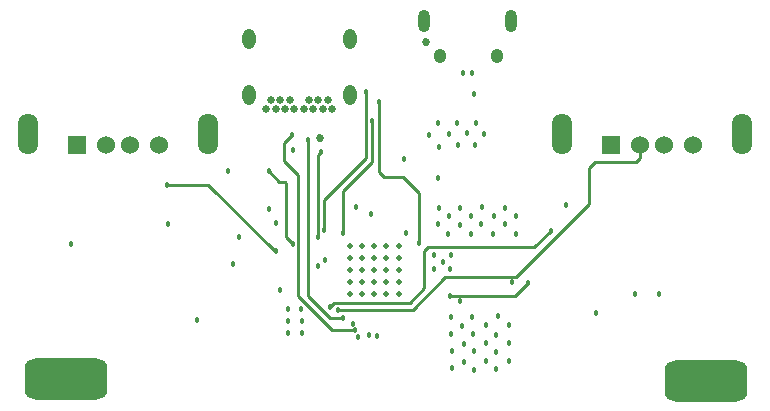
<source format=gbr>
%TF.GenerationSoftware,KiCad,Pcbnew,(6.0.6)*%
%TF.CreationDate,2022-07-25T23:57:11+01:00*%
%TF.ProjectId,Virpar,56697270-6172-42e6-9b69-6361645f7063,rev?*%
%TF.SameCoordinates,Original*%
%TF.FileFunction,Copper,L3,Inr*%
%TF.FilePolarity,Positive*%
%FSLAX46Y46*%
G04 Gerber Fmt 4.6, Leading zero omitted, Abs format (unit mm)*
G04 Created by KiCad (PCBNEW (6.0.6)) date 2022-07-25 23:57:11*
%MOMM*%
%LPD*%
G01*
G04 APERTURE LIST*
G04 Aperture macros list*
%AMRoundRect*
0 Rectangle with rounded corners*
0 $1 Rounding radius*
0 $2 $3 $4 $5 $6 $7 $8 $9 X,Y pos of 4 corners*
0 Add a 4 corners polygon primitive as box body*
4,1,4,$2,$3,$4,$5,$6,$7,$8,$9,$2,$3,0*
0 Add four circle primitives for the rounded corners*
1,1,$1+$1,$2,$3*
1,1,$1+$1,$4,$5*
1,1,$1+$1,$6,$7*
1,1,$1+$1,$8,$9*
0 Add four rect primitives between the rounded corners*
20,1,$1+$1,$2,$3,$4,$5,0*
20,1,$1+$1,$4,$5,$6,$7,0*
20,1,$1+$1,$6,$7,$8,$9,0*
20,1,$1+$1,$8,$9,$2,$3,0*%
G04 Aperture macros list end*
%TA.AperFunction,ComponentPad*%
%ADD10C,0.500000*%
%TD*%
%TA.AperFunction,ComponentPad*%
%ADD11RoundRect,0.875000X-2.625000X-0.875000X2.625000X-0.875000X2.625000X0.875000X-2.625000X0.875000X0*%
%TD*%
%TA.AperFunction,ComponentPad*%
%ADD12R,1.524000X1.524000*%
%TD*%
%TA.AperFunction,ComponentPad*%
%ADD13C,1.524000*%
%TD*%
%TA.AperFunction,ComponentPad*%
%ADD14O,1.700000X3.500000*%
%TD*%
%TA.AperFunction,ComponentPad*%
%ADD15C,0.660400*%
%TD*%
%TA.AperFunction,ComponentPad*%
%ADD16O,1.117600X1.701800*%
%TD*%
%TA.AperFunction,ComponentPad*%
%ADD17O,1.050000X1.250000*%
%TD*%
%TA.AperFunction,ComponentPad*%
%ADD18O,1.000000X1.900000*%
%TD*%
%TA.AperFunction,ViaPad*%
%ADD19C,0.457200*%
%TD*%
%TA.AperFunction,ViaPad*%
%ADD20C,0.685800*%
%TD*%
%TA.AperFunction,Conductor*%
%ADD21C,0.228600*%
%TD*%
G04 APERTURE END LIST*
D10*
%TO.N,GND*%
%TO.C,U1*%
X157853600Y-93608000D03*
X154778600Y-93608000D03*
X157853600Y-92583000D03*
X157853600Y-94633000D03*
X154778600Y-94633000D03*
X157853600Y-91558000D03*
X155803600Y-92583000D03*
X153753600Y-91558000D03*
X155803600Y-93608000D03*
X155803600Y-91558000D03*
X153753600Y-90533000D03*
X153753600Y-94633000D03*
X154778600Y-91558000D03*
X155803600Y-90533000D03*
X156828600Y-91558000D03*
X156828600Y-90533000D03*
X156828600Y-92583000D03*
X154778600Y-92583000D03*
X153753600Y-93608000D03*
X156828600Y-93608000D03*
X155803600Y-94633000D03*
X156828600Y-94633000D03*
X157853600Y-90533000D03*
X154778600Y-90533000D03*
X153753600Y-92583000D03*
%TD*%
D11*
%TO.N,VBAT+*%
%TO.C,BAT+*%
X129667000Y-101828600D03*
%TD*%
%TO.N,GND*%
%TO.C,BAT-*%
X183921400Y-101930200D03*
%TD*%
D12*
%TO.N,VOUT2*%
%TO.C,J4*%
X175818800Y-81994400D03*
D13*
%TO.N,DPA2*%
X178324000Y-82000000D03*
%TO.N,DMA2*%
X180324000Y-82000000D03*
%TO.N,GND*%
X182824000Y-82000000D03*
D14*
X171729400Y-81080000D03*
X186944000Y-81080000D03*
%TD*%
D12*
%TO.N,VOUT1*%
%TO.C,J3*%
X130606800Y-81991200D03*
D13*
%TO.N,DPA1*%
X133112000Y-81996800D03*
%TO.N,DMA1*%
X135112000Y-81996800D03*
%TO.N,GND*%
X137612000Y-81996800D03*
D14*
X126517400Y-81076800D03*
X141732000Y-81076800D03*
%TD*%
D15*
%TO.N,N/C*%
%TO.C,J2*%
X147445792Y-78916399D03*
X151446422Y-78916399D03*
%TO.N,GND*%
X146645666Y-78916399D03*
%TO.N,unconnected-(J2-PadB2)*%
X147045792Y-78216398D03*
%TO.N,unconnected-(J2-PadB3)*%
X147845918Y-78216398D03*
%TO.N,VBUS*%
X148245918Y-78916399D03*
%TO.N,CC2*%
X148646044Y-78216398D03*
%TO.N,DPC*%
X149046044Y-78916399D03*
%TO.N,DMC*%
X149846170Y-78916399D03*
%TO.N,unconnected-(J2-PadB8)*%
X150246170Y-78216398D03*
%TO.N,VBUS*%
X150646296Y-78916399D03*
%TO.N,unconnected-(J2-PadB10)*%
X151046296Y-78216398D03*
%TO.N,unconnected-(J2-PadB11)*%
X151846422Y-78216398D03*
%TO.N,GND*%
X152246548Y-78916399D03*
D16*
X145176108Y-77766399D03*
X153716108Y-73036399D03*
X153771600Y-77749400D03*
X145176108Y-73036399D03*
%TD*%
D17*
%TO.N,GND*%
%TO.C,J1*%
X161340800Y-74450200D03*
D18*
X167386000Y-71450200D03*
D17*
X166166800Y-74450200D03*
D18*
X160020000Y-71450200D03*
%TD*%
D19*
%TO.N,VMID*%
X160460000Y-81120000D03*
%TO.N,DPC*%
X143425000Y-84200000D03*
%TO.N,GND*%
X179875000Y-94625000D03*
X147487500Y-88625000D03*
X161175000Y-84800000D03*
%TO.N,VBAT+*%
X140756996Y-96799400D03*
X144362500Y-89750000D03*
%TO.N,VSYS*%
X165277800Y-97218500D03*
X163271200Y-97294700D03*
X162331400Y-98005900D03*
X165912800Y-88011000D03*
X164261800Y-99453700D03*
X164896800Y-87274400D03*
X164033200Y-88011000D03*
X163372800Y-98818700D03*
X163398200Y-100342700D03*
X162026600Y-89484200D03*
X164007800Y-89535000D03*
X163093400Y-88722200D03*
X162306000Y-96583500D03*
X166116000Y-98082100D03*
X166116000Y-99479100D03*
X167233600Y-97243900D03*
X161188400Y-88696800D03*
X166243000Y-96481900D03*
X167182800Y-100291900D03*
X166903400Y-87299800D03*
X161264600Y-87299800D03*
X167767000Y-87960200D03*
X162382200Y-100901500D03*
X164185600Y-98005900D03*
X162128200Y-88036400D03*
X167182800Y-98793300D03*
X167843200Y-89484200D03*
X165252400Y-98793300D03*
X164287200Y-101003100D03*
X166878000Y-88696800D03*
X165887400Y-89509600D03*
X164871400Y-88671400D03*
X163042600Y-87299800D03*
X164109400Y-96583500D03*
X166090600Y-100977700D03*
X165227000Y-100291900D03*
X162382200Y-99453700D03*
%TO.N,VMID*%
X164312600Y-81991200D03*
X165100000Y-81026000D03*
X161250000Y-82118200D03*
X162814000Y-80111600D03*
X163626800Y-81000600D03*
X164388800Y-80111600D03*
X154254200Y-87249000D03*
X161163000Y-80137000D03*
X162864800Y-82016600D03*
X162153600Y-81076800D03*
%TO.N,Net-(C6-Pad2)*%
X162229800Y-92506800D03*
X160885613Y-91333000D03*
X162306000Y-91338400D03*
X148525000Y-95850000D03*
X161594800Y-91871800D03*
X149682200Y-97917000D03*
X148488400Y-97891600D03*
X149606000Y-95859600D03*
X149656800Y-96926400D03*
X148539200Y-96926400D03*
X160883600Y-92506800D03*
%TO.N,VOUT1*%
X138225000Y-85350000D03*
X147450337Y-90996790D03*
%TO.N,VOUT2*%
X158350000Y-83175000D03*
X151600000Y-91700000D03*
%TO.N,VBUS*%
X151297000Y-82590600D03*
X151050000Y-89800000D03*
D20*
X151175009Y-81374996D03*
D19*
%TO.N,VIN*%
X153150000Y-89400000D03*
D20*
X160200010Y-73249993D03*
D19*
X155625000Y-79925000D03*
%TO.N,DMB*%
X155397200Y-98094800D03*
X163275000Y-75875000D03*
%TO.N,DPB*%
X164084000Y-75869800D03*
X156057600Y-98120200D03*
%TO.N,CC1*%
X153187400Y-96596200D03*
X150225000Y-81600000D03*
%TO.N,DPC*%
X148950000Y-82400000D03*
X154457400Y-98272600D03*
%TO.N,DMC*%
X148876844Y-81101844D03*
X154203400Y-97637600D03*
%TO.N,CC2*%
X153974800Y-97104200D03*
%TO.N,DPA1*%
X147780936Y-94275971D03*
%TO.N,DMA1*%
X143873286Y-92066843D03*
%TO.N,DPA2*%
X152755600Y-95935800D03*
%TO.N,DMA2*%
X152069800Y-95732600D03*
X170764200Y-89230200D03*
%TO.N,VOUT2G*%
X172000000Y-87075000D03*
X151050000Y-92250000D03*
%TO.N,VBUSG*%
X146887500Y-84225000D03*
X148900000Y-90350000D03*
%TO.N,VING*%
X164250000Y-77650000D03*
X155075000Y-77475000D03*
X151522829Y-89200000D03*
%TO.N,Net-(R2-Pad1)*%
X162236336Y-94742000D03*
X168808400Y-93649800D03*
%TO.N,LIGHT*%
X156184600Y-78306300D03*
X159562800Y-90246200D03*
%TO.N,KEY*%
X146875000Y-87400000D03*
X130125000Y-90400000D03*
X138375000Y-88650000D03*
X155500000Y-87850000D03*
%TO.N,Net-(R7-Pad1)*%
X167436800Y-93624400D03*
X163093400Y-95224600D03*
%TO.N,Net-(R10-Pad2)*%
X158496000Y-89433400D03*
%TO.N,Net-(R12-Pad1)*%
X177866800Y-94615000D03*
X174599600Y-96189800D03*
%TD*%
D21*
%TO.N,VOUT1*%
X147450337Y-90996790D02*
X147396790Y-90996790D01*
X147396790Y-90996790D02*
X141750000Y-85350000D01*
X141750000Y-85350000D02*
X138225000Y-85350000D01*
%TO.N,DMC*%
X152247600Y-97637600D02*
X149345334Y-94735334D01*
X154203400Y-97637600D02*
X152247600Y-97637600D01*
X149345334Y-94735334D02*
X149345334Y-94514639D01*
%TO.N,VBUS*%
X151050000Y-82837600D02*
X151297000Y-82590600D01*
X151050000Y-89800000D02*
X151050000Y-82837600D01*
%TO.N,VIN*%
X155575000Y-83425000D02*
X155625000Y-83375000D01*
X153150000Y-89400000D02*
X153150000Y-85850000D01*
X153150000Y-85850000D02*
X155575000Y-83425000D01*
X155625000Y-83375000D02*
X155625000Y-79925000D01*
%TO.N,CC1*%
X152027624Y-96596200D02*
X150225000Y-94793576D01*
X150225000Y-94798305D02*
X150225000Y-81600000D01*
X153187400Y-96596200D02*
X152027624Y-96596200D01*
%TO.N,DMC*%
X149344500Y-94512052D02*
X149344500Y-84494500D01*
X148200000Y-81778688D02*
X148876844Y-81101844D01*
X149344500Y-84494500D02*
X148200000Y-83350000D01*
X148200000Y-83350000D02*
X148200000Y-81778688D01*
%TO.N,DPA2*%
X161810700Y-93179900D02*
X167805100Y-93179900D01*
X173990000Y-83972400D02*
X174498000Y-83464400D01*
X159054800Y-95935800D02*
X161810700Y-93179900D01*
X152755600Y-95935800D02*
X159054800Y-95935800D01*
X167805100Y-93179900D02*
X173990000Y-86995000D01*
X174498000Y-83464400D02*
X177927000Y-83464400D01*
X173990000Y-86995000D02*
X173990000Y-83972400D01*
X178324000Y-83067400D02*
X178324000Y-82000000D01*
X177927000Y-83464400D02*
X178324000Y-83067400D01*
%TO.N,DMA2*%
X160045400Y-90957400D02*
X160375600Y-90627200D01*
X160045400Y-94132400D02*
X160045400Y-93345000D01*
X152425400Y-95377000D02*
X158800800Y-95377000D01*
X160045400Y-93345000D02*
X160045400Y-90957400D01*
X158800800Y-95377000D02*
X160045400Y-94132400D01*
X160375600Y-90627200D02*
X169367200Y-90627200D01*
X152069800Y-95732600D02*
X152425400Y-95377000D01*
X169367200Y-90627200D02*
X170764200Y-89230200D01*
%TO.N,VBUSG*%
X147750000Y-85087500D02*
X146887500Y-84225000D01*
X148351206Y-89801206D02*
X148351206Y-85200962D01*
X148237744Y-85087500D02*
X147750000Y-85087500D01*
X148900000Y-90350000D02*
X148351206Y-89801206D01*
X148351206Y-85200962D02*
X148237744Y-85087500D01*
%TO.N,VING*%
X154850000Y-83325000D02*
X155075000Y-83100000D01*
X151522829Y-89200000D02*
X151522829Y-86652171D01*
X151522829Y-86652171D02*
X154850000Y-83325000D01*
X155075000Y-83100000D02*
X155075000Y-77475000D01*
%TO.N,Net-(R2-Pad1)*%
X167716200Y-94742000D02*
X168808400Y-93649800D01*
X162236336Y-94742000D02*
X167716200Y-94742000D01*
%TO.N,LIGHT*%
X156184600Y-84311711D02*
X156184600Y-78306300D01*
X158239664Y-84717317D02*
X156590206Y-84717317D01*
X159562800Y-86040453D02*
X158239664Y-84717317D01*
X156590206Y-84717317D02*
X156184600Y-84311711D01*
X159562800Y-90246200D02*
X159562800Y-86040453D01*
%TD*%
M02*

</source>
